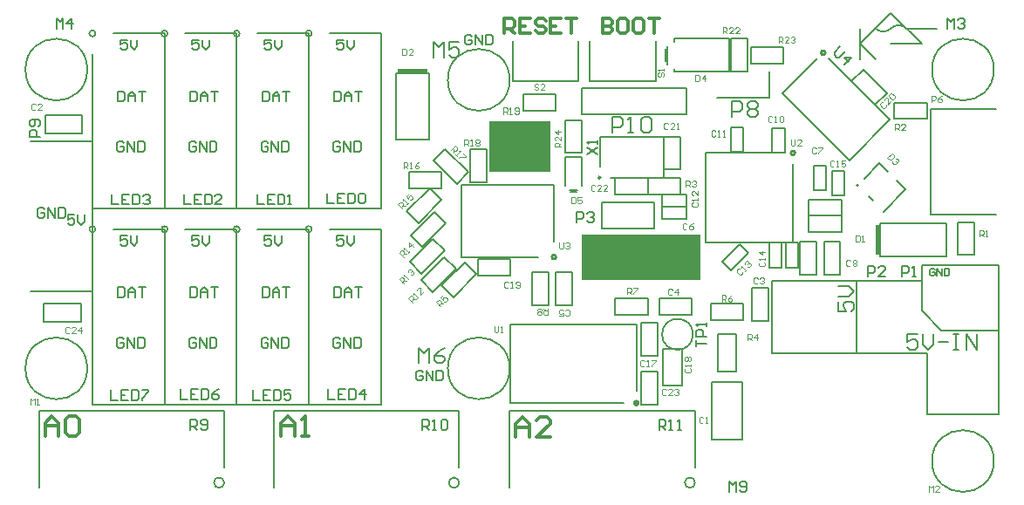
<source format=gto>
G04*
G04 #@! TF.GenerationSoftware,Altium Limited,CircuitStudio,1.5.2 (30)*
G04*
G04 Layer_Color=15065295*
%FSLAX25Y25*%
%MOIN*%
G70*
G01*
G75*
%ADD10C,0.00787*%
%ADD43C,0.01181*%
%ADD67C,0.01000*%
%ADD68C,0.00591*%
%ADD69C,0.00472*%
%ADD70R,0.45276X0.17716*%
%ADD71R,0.23622X0.19685*%
%ADD72R,0.01969X0.11811*%
%ADD73R,0.11811X0.01969*%
D10*
X336614Y181102D02*
G03*
X330709Y181102I-2953J-2953D01*
G01*
X324803D02*
G03*
X330709Y181102I2953J2953D01*
G01*
X255906Y7480D02*
G03*
X255906Y7480I-1969J0D01*
G01*
X165748D02*
G03*
X165748Y7480I-1969J0D01*
G01*
X75984D02*
G03*
X75984Y7480I-1969J0D01*
G01*
X370079Y15748D02*
G03*
X370079Y15748I-11811J0D01*
G01*
X23622Y165354D02*
G03*
X23622Y165354I-11811J0D01*
G01*
X370079D02*
G03*
X370079Y165354I-11811J0D01*
G01*
X23622Y51181D02*
G03*
X23622Y51181I-11811J0D01*
G01*
X185039D02*
G03*
X185039Y51181I-11811J0D01*
G01*
Y161417D02*
G03*
X185039Y161417I-11811J0D01*
G01*
X109449Y179134D02*
G03*
X109449Y179134I-1181J0D01*
G01*
X81890D02*
G03*
X81890Y179134I-1181J0D01*
G01*
X54331D02*
G03*
X54331Y179134I-1181J0D01*
G01*
X26772D02*
G03*
X26772Y179134I-1181J0D01*
G01*
X81890Y104331D02*
G03*
X81890Y104331I-1181J0D01*
G01*
X54331D02*
G03*
X54331Y104331I-1181J0D01*
G01*
X26772D02*
G03*
X26772Y104331I-1181J0D01*
G01*
X109449D02*
G03*
X109449Y104331I-1181J0D01*
G01*
X318392Y121125D02*
G03*
X318392Y121125I-394J0D01*
G01*
X255118Y64173D02*
G03*
X255118Y64173I-5906J0D01*
G01*
X233465Y42598D02*
Y67795D01*
X185433Y37874D02*
X228740D01*
X185433D02*
Y67795D01*
X233465D01*
X330709Y175197D02*
X342520D01*
X336614Y181102D02*
X348425D01*
X330709Y187008D02*
X342520Y175197D01*
X318898Y175197D02*
X330709Y187008D01*
X318898Y175197D02*
Y175197D01*
Y175197D02*
X324803Y169291D01*
X318898D02*
Y181102D01*
X185039Y35039D02*
X255906D01*
X185039Y5512D02*
Y35039D01*
X255906Y13386D02*
Y35039D01*
X94882D02*
X165748D01*
X94882Y5512D02*
Y35039D01*
X165748Y13386D02*
Y35039D01*
X5118D02*
X75984D01*
X5118Y5512D02*
Y35039D01*
X75984Y13386D02*
Y35039D01*
X220433Y104449D02*
Y114449D01*
X240433D01*
Y104449D02*
Y114449D01*
X220433Y104449D02*
X240433D01*
X284134Y154449D02*
Y164449D01*
X264134Y154449D02*
X284134D01*
X344488Y90551D02*
X372047D01*
Y33465D02*
Y90551D01*
X344488Y33465D02*
X372047D01*
X1969Y137795D02*
X25591D01*
Y80709D02*
Y137795D01*
X1969Y80709D02*
X25591D01*
X285433Y84646D02*
X342520D01*
X285433Y57087D02*
Y84646D01*
X240945Y161024D02*
Y176378D01*
X215748Y161024D02*
Y176378D01*
Y161024D02*
X240945D01*
X151193Y84781D02*
X160101Y93689D01*
X164555Y89235D01*
X155647Y80326D02*
X164555Y89235D01*
X151193Y84781D02*
X155647Y80326D01*
X146862Y91867D02*
X155770Y100776D01*
X160225Y96322D01*
X151316Y87413D02*
X160225Y96322D01*
X146862Y91867D02*
X151316Y87413D01*
X147256Y102104D02*
X156164Y111012D01*
X160618Y106558D01*
X151710Y97649D02*
X160618Y106558D01*
X147256Y102104D02*
X151710Y97649D01*
X145681Y111159D02*
X154589Y120067D01*
X159044Y115613D01*
X150135Y106704D02*
X159044Y115613D01*
X145681Y111159D02*
X150135Y106704D01*
X146457Y126378D02*
X159055D01*
Y120079D02*
Y126378D01*
X146457Y120079D02*
X159055D01*
X146457D02*
Y126378D01*
X160371Y135028D02*
X169280Y126119D01*
X164825Y121665D02*
X169280Y126119D01*
X155917Y130574D02*
X164825Y121665D01*
X155917Y130574D02*
X160371Y135028D01*
X176378Y122441D02*
Y135039D01*
X170079Y122441D02*
X176378D01*
X170079D02*
Y135039D01*
X176378D01*
X211417Y161024D02*
X211417Y176378D01*
X186221D02*
X186221Y161024D01*
X211417D01*
X206299Y146063D02*
X212598D01*
X206299Y133465D02*
Y146063D01*
Y133465D02*
X212598D01*
Y146063D01*
X208268Y118504D02*
X210630D01*
X212598Y120866D02*
Y131890D01*
X207874Y119291D02*
X211024D01*
X206299Y120866D02*
X206299Y131890D01*
X212598D01*
X305118Y87008D02*
X311417D01*
Y99606D01*
X305118D02*
X311417D01*
X305118Y87008D02*
Y99606D01*
X235433Y55906D02*
X241732D01*
Y68504D01*
X235433D02*
X241732D01*
X235433Y55906D02*
Y68504D01*
Y50000D02*
X241732D01*
X235433Y37402D02*
Y50000D01*
Y37402D02*
X241732D01*
Y50000D01*
X202756Y149606D02*
Y155905D01*
X190157Y155905D02*
X202756Y155905D01*
X190157Y149606D02*
Y155905D01*
Y149606D02*
X202756Y149606D01*
X311811Y109449D02*
Y115748D01*
X299213D02*
X311811D01*
X299213Y109449D02*
Y115748D01*
Y109449D02*
X311811D01*
Y103150D02*
Y109449D01*
X299213D02*
X311811D01*
X299213Y103150D02*
Y109449D01*
Y103150D02*
X311811D01*
X212638Y148150D02*
Y158150D01*
X252638D01*
X212638Y148150D02*
X252638D01*
Y158150D01*
X185433Y86614D02*
Y92913D01*
X172835D02*
X185433D01*
X172835Y86614D02*
Y92913D01*
Y86614D02*
X185433D01*
X277165Y167717D02*
Y174016D01*
Y167717D02*
X289764D01*
Y174016D01*
X277165D02*
X289764D01*
X324668Y151980D02*
X329122Y156434D01*
X320214Y165343D02*
X329122Y156434D01*
X315760Y160889D02*
X320214Y165343D01*
X315760Y160889D02*
X324668Y151980D01*
X225197Y117717D02*
Y124016D01*
Y117717D02*
X237795D01*
Y124016D01*
X225197D02*
X237795D01*
X244094Y139764D02*
X250394D01*
X244094Y127165D02*
Y139764D01*
Y127165D02*
X250394D01*
Y139764D01*
X277559Y69291D02*
X283858D01*
Y81890D01*
X277559D02*
X283858D01*
X277559Y69291D02*
Y81890D01*
X254724Y71653D02*
Y77953D01*
X242126D02*
X254724D01*
X242126Y71653D02*
Y77953D01*
Y71653D02*
X254724D01*
X202756Y87795D02*
X209055D01*
X202756Y75197D02*
Y87795D01*
Y75197D02*
X209055D01*
Y87795D01*
X356299Y94488D02*
Y107087D01*
X362598D01*
Y94488D02*
Y107087D01*
X356299Y94488D02*
X362598D01*
X331890Y152756D02*
X344488D01*
Y146457D02*
Y152756D01*
X331890Y146457D02*
X344488D01*
X331890D02*
Y152756D01*
X159067Y82812D02*
X167975Y91721D01*
X172429Y87266D01*
X163521Y78358D02*
X172429Y87266D01*
X159067Y82812D02*
X163521Y78358D01*
X237795Y117717D02*
Y124016D01*
Y117717D02*
X250394D01*
Y124016D01*
X237795D02*
X250394D01*
X269685Y177165D02*
X275984D01*
X269685Y164567D02*
Y177165D01*
Y164567D02*
X275984D01*
Y177165D01*
X274409Y69685D02*
Y75984D01*
X261811D02*
X274409D01*
X261811Y69685D02*
Y75984D01*
Y69685D02*
X274409D01*
X225197Y71653D02*
Y77953D01*
Y71653D02*
X237795D01*
Y77953D01*
X225197D02*
X237795D01*
X243307Y108268D02*
X252756D01*
X243307D02*
Y112992D01*
X252756D01*
Y108268D02*
Y112992D01*
X301181Y119291D02*
Y128740D01*
X305906D01*
Y119291D02*
Y128740D01*
X301181Y119291D02*
X305906D01*
X285433Y133465D02*
Y142913D01*
X290158D01*
Y133465D02*
Y142913D01*
X285433Y133465D02*
X290158D01*
X269685Y133858D02*
Y143307D01*
X274409D01*
Y133858D02*
Y143307D01*
X269685Y133858D02*
X274409D01*
X243307Y112992D02*
X252756D01*
X243307D02*
Y117717D01*
X252756D01*
Y112992D02*
Y117717D01*
X269589Y88690D02*
X276271Y95371D01*
X266249Y92031D02*
X269589Y88690D01*
X266249Y92031D02*
X272930Y98712D01*
X276271Y95371D01*
X288976Y89764D02*
Y99213D01*
X284252Y89764D02*
X288976D01*
X284252D02*
Y99213D01*
X288976D01*
X308268Y117323D02*
Y126772D01*
X312992D01*
Y117323D02*
Y126772D01*
X308268Y117323D02*
X312992D01*
X295276Y89764D02*
Y99213D01*
X290551Y89764D02*
X295276D01*
X290551D02*
Y99213D01*
X295276D01*
X296063Y87008D02*
X302362D01*
Y99606D01*
X296063D02*
X302362D01*
X296063Y87008D02*
Y99606D01*
X193701Y87795D02*
X200000D01*
X193701Y75197D02*
Y87795D01*
Y75197D02*
X200000D01*
Y87795D01*
X108268Y112205D02*
Y171260D01*
X116142Y179134D02*
X135827D01*
Y112205D02*
Y179134D01*
X108268Y112205D02*
X135827D01*
X80709D02*
X108268D01*
Y179134D01*
X88583D02*
X108268D01*
X80709Y112205D02*
Y171260D01*
X53150Y112205D02*
Y171260D01*
X61024Y179134D02*
X80709D01*
Y112205D02*
Y179134D01*
X53150Y112205D02*
X80709D01*
X25591D02*
X53150D01*
Y179134D01*
X33465D02*
X53150D01*
X25591Y112205D02*
Y171260D01*
X80709Y37402D02*
Y96457D01*
X88583Y104331D02*
X108268D01*
Y37402D02*
Y104331D01*
X80709Y37402D02*
X108268D01*
X53150D02*
X80709D01*
Y104331D01*
X61024D02*
X80709D01*
X53150Y37402D02*
Y96457D01*
X25591Y37402D02*
Y96457D01*
X33465Y104331D02*
X53150D01*
Y37402D02*
Y104331D01*
X25591Y37402D02*
X53150D01*
X108268D02*
X135827D01*
Y104331D01*
X116142D02*
X135827D01*
X108268Y37402D02*
Y96457D01*
X344488Y33465D02*
Y57087D01*
X342520Y73228D02*
Y90551D01*
X307059Y169555D02*
X330443Y146170D01*
X289242Y156192D02*
X302604Y169555D01*
X289242Y156192D02*
X314854Y130580D01*
X330443Y146170D01*
X322174Y116949D02*
X323845Y115279D01*
X328020Y111103D02*
X336372Y119454D01*
X333031Y122795D02*
X336372Y119454D01*
X326350Y129476D02*
X329691Y126136D01*
X320504Y123630D02*
X326350Y129476D01*
X345817Y110039D02*
Y150197D01*
X370866D01*
X345817Y110039D02*
X370866D01*
X259842Y133465D02*
X288976D01*
X293307Y99213D02*
Y129134D01*
X259842Y99213D02*
X293307D01*
X259842D02*
Y133465D01*
X201969Y99606D02*
Y121260D01*
X166535Y93701D02*
X196063D01*
X166535D02*
Y121260D01*
X201969D01*
X219685Y128347D02*
Y139764D01*
X223622Y124016D02*
X244094D01*
Y139764D01*
X219685D02*
X244094D01*
X248031Y164567D02*
Y165748D01*
Y175984D02*
Y177165D01*
X245276Y167323D02*
Y174409D01*
X248031Y164567D02*
X268898D01*
Y177165D01*
X248031D02*
X268898D01*
X244488Y168504D02*
Y173228D01*
X326772Y94095D02*
X351969D01*
X326772Y106693D02*
X351969D01*
X326772Y94095D02*
Y106693D01*
X351969Y94095D02*
Y106693D01*
X141732Y138583D02*
Y163779D01*
X154331Y138583D02*
Y163779D01*
X141732D02*
X154331D01*
X141732Y138583D02*
X154331D01*
X264567Y50000D02*
X271654D01*
X264567D02*
Y64173D01*
X271654Y50000D02*
Y64173D01*
X264567D02*
X271654D01*
X262205Y46063D02*
X274016D01*
Y24016D02*
Y46063D01*
X262205Y24016D02*
Y46063D01*
Y24016D02*
X274016D01*
X243701Y44488D02*
X250787D01*
X243701D02*
Y58661D01*
X250787Y44488D02*
Y58661D01*
X243701D02*
X250787D01*
X7480Y140945D02*
Y148031D01*
X21654D01*
X7480Y140945D02*
X21654D01*
Y148031D01*
X7087Y68898D02*
Y75984D01*
X21260D01*
X7087Y68898D02*
X21260D01*
Y75984D01*
X342520Y73228D02*
X350000Y65748D01*
X372047D01*
X342520Y90551D02*
X344488D01*
X317717Y57087D02*
Y84646D01*
Y57087D02*
X344488D01*
X317717Y84646D02*
X323228D01*
X285433Y57087D02*
X317717D01*
Y63386D01*
X270079Y147244D02*
Y153148D01*
X273030D01*
X274014Y152164D01*
Y150196D01*
X273030Y149212D01*
X270079D01*
X275982Y152164D02*
X276966Y153148D01*
X278934D01*
X279918Y152164D01*
Y151180D01*
X278934Y150196D01*
X279918Y149212D01*
Y148228D01*
X278934Y147244D01*
X276966D01*
X275982Y148228D01*
Y149212D01*
X276966Y150196D01*
X275982Y151180D01*
Y152164D01*
X276966Y150196D02*
X278934D01*
X224410Y141339D02*
Y147242D01*
X227361D01*
X228345Y146258D01*
Y144290D01*
X227361Y143306D01*
X224410D01*
X230313Y141339D02*
X232281D01*
X231297D01*
Y147242D01*
X230313Y146258D01*
X235233D02*
X236217Y147242D01*
X238184D01*
X239168Y146258D01*
Y142323D01*
X238184Y141339D01*
X236217D01*
X235233Y142323D01*
Y146258D01*
X11811Y181102D02*
Y185038D01*
X13123Y183726D01*
X14435Y185038D01*
Y181102D01*
X17715D02*
Y185038D01*
X15747Y183070D01*
X18371D01*
X155905Y170079D02*
Y175982D01*
X157873Y174014D01*
X159841Y175982D01*
Y170079D01*
X165745Y175982D02*
X161809D01*
Y173030D01*
X163777Y174014D01*
X164761D01*
X165745Y173030D01*
Y171063D01*
X164761Y170079D01*
X162793D01*
X161809Y171063D01*
X150394Y53150D02*
Y59053D01*
X152362Y57085D01*
X154329Y59053D01*
Y53150D01*
X160233Y59053D02*
X158265Y58069D01*
X156297Y56101D01*
Y54133D01*
X157281Y53150D01*
X159249D01*
X160233Y54133D01*
Y55117D01*
X159249Y56101D01*
X156297D01*
X340944Y64171D02*
X337008D01*
Y61220D01*
X338976Y62203D01*
X339960D01*
X340944Y61220D01*
Y59252D01*
X339960Y58268D01*
X337992D01*
X337008Y59252D01*
X342912Y64171D02*
Y60236D01*
X344879Y58268D01*
X346847Y60236D01*
Y64171D01*
X348815Y61220D02*
X352751D01*
X354719Y64171D02*
X356686D01*
X355703D01*
Y58268D01*
X354719D01*
X356686D01*
X359638D02*
Y64171D01*
X363574Y58268D01*
Y64171D01*
X310632Y76770D02*
Y72835D01*
X313584D01*
X312600Y74803D01*
Y75787D01*
X313584Y76770D01*
X315551D01*
X316535Y75787D01*
Y73819D01*
X315551Y72835D01*
X310632Y78738D02*
X314568D01*
X316535Y80706D01*
X314568Y82674D01*
X310632D01*
D43*
X7480Y25197D02*
Y30444D01*
X10104Y33068D01*
X12728Y30444D01*
Y25197D01*
Y29133D01*
X7480D01*
X15352Y31756D02*
X16664Y33068D01*
X19287D01*
X20599Y31756D01*
Y26509D01*
X19287Y25197D01*
X16664D01*
X15352Y26509D01*
Y31756D01*
X97638Y25197D02*
Y30444D01*
X100262Y33068D01*
X102885Y30444D01*
Y25197D01*
Y29133D01*
X97638D01*
X105509Y25197D02*
X108133D01*
X106821D01*
Y33068D01*
X105509Y31756D01*
X187402Y24803D02*
Y30051D01*
X190025Y32675D01*
X192649Y30051D01*
Y24803D01*
Y28739D01*
X187402D01*
X200521Y24803D02*
X195273D01*
X200521Y30051D01*
Y31363D01*
X199209Y32675D01*
X196585D01*
X195273Y31363D01*
X183071Y179134D02*
Y185038D01*
X186023D01*
X187007Y184054D01*
Y182086D01*
X186023Y181102D01*
X183071D01*
X185039D02*
X187007Y179134D01*
X192910Y185038D02*
X188974D01*
Y179134D01*
X192910D01*
X188974Y182086D02*
X190942D01*
X198814Y184054D02*
X197830Y185038D01*
X195862D01*
X194878Y184054D01*
Y183070D01*
X195862Y182086D01*
X197830D01*
X198814Y181102D01*
Y180118D01*
X197830Y179134D01*
X195862D01*
X194878Y180118D01*
X204717Y185038D02*
X200782D01*
Y179134D01*
X204717D01*
X200782Y182086D02*
X202749D01*
X206685Y185038D02*
X210621D01*
X208653D01*
Y179134D01*
X220472Y185038D02*
Y179134D01*
X223424D01*
X224408Y180118D01*
Y181102D01*
X223424Y182086D01*
X220472D01*
X223424D01*
X224408Y183070D01*
Y184054D01*
X223424Y185038D01*
X220472D01*
X229328D02*
X227360D01*
X226376Y184054D01*
Y180118D01*
X227360Y179134D01*
X229328D01*
X230312Y180118D01*
Y184054D01*
X229328Y185038D01*
X235231D02*
X233264D01*
X232280Y184054D01*
Y180118D01*
X233264Y179134D01*
X235231D01*
X236215Y180118D01*
Y184054D01*
X235231Y185038D01*
X238183D02*
X242119D01*
X240151D01*
Y179134D01*
D67*
X234252Y37874D02*
G03*
X234252Y37874I-787J0D01*
G01*
X305619Y171782D02*
G03*
X305619Y171782I-787J0D01*
G01*
X294094Y133465D02*
G03*
X294094Y133465I-787J0D01*
G01*
X202756Y93701D02*
G03*
X202756Y93701I-787J0D01*
G01*
X219685Y124016D02*
G03*
X219685Y124016I-394J0D01*
G01*
D68*
X242126Y27559D02*
Y31495D01*
X244094D01*
X244750Y30839D01*
Y29527D01*
X244094Y28871D01*
X242126D01*
X243438D02*
X244750Y27559D01*
X246062D02*
X247374D01*
X246718D01*
Y31495D01*
X246062Y30839D01*
X249342Y27559D02*
X250653D01*
X249997D01*
Y31495D01*
X249342Y30839D01*
X151575Y27559D02*
Y31495D01*
X153543D01*
X154199Y30839D01*
Y29527D01*
X153543Y28871D01*
X151575D01*
X152887D02*
X154199Y27559D01*
X155510D02*
X156823D01*
X156167D01*
Y31495D01*
X155510Y30839D01*
X158790D02*
X159446Y31495D01*
X160758D01*
X161414Y30839D01*
Y28215D01*
X160758Y27559D01*
X159446D01*
X158790Y28215D01*
Y30839D01*
X62992Y27559D02*
Y31495D01*
X64960D01*
X65616Y30839D01*
Y29527D01*
X64960Y28871D01*
X62992D01*
X64304D02*
X65616Y27559D01*
X66928Y28215D02*
X67584Y27559D01*
X68896D01*
X69552Y28215D01*
Y30839D01*
X68896Y31495D01*
X67584D01*
X66928Y30839D01*
Y30183D01*
X67584Y29527D01*
X69552D01*
X210630Y107087D02*
Y111022D01*
X212598D01*
X213254Y110366D01*
Y109055D01*
X212598Y108398D01*
X210630D01*
X214566Y110366D02*
X215222Y111022D01*
X216533D01*
X217190Y110366D01*
Y109710D01*
X216533Y109055D01*
X215878D01*
X216533D01*
X217190Y108398D01*
Y107743D01*
X216533Y107087D01*
X215222D01*
X214566Y107743D01*
X115748Y43306D02*
Y39370D01*
X118372D01*
X122308Y43306D02*
X119684D01*
Y39370D01*
X122308D01*
X119684Y41338D02*
X120996D01*
X123619Y43306D02*
Y39370D01*
X125587D01*
X126243Y40026D01*
Y42650D01*
X125587Y43306D01*
X123619D01*
X129523Y39370D02*
Y43306D01*
X127555Y41338D01*
X130179D01*
X32677Y42912D02*
Y38976D01*
X35301D01*
X39237Y42912D02*
X36613D01*
Y38976D01*
X39237D01*
X36613Y40944D02*
X37925D01*
X40549Y42912D02*
Y38976D01*
X42516D01*
X43172Y39632D01*
Y42256D01*
X42516Y42912D01*
X40549D01*
X44484D02*
X47108D01*
Y42256D01*
X44484Y39632D01*
Y38976D01*
X59449Y43306D02*
Y39370D01*
X62073D01*
X66008Y43306D02*
X63385D01*
Y39370D01*
X66008D01*
X63385Y41338D02*
X64697D01*
X67320Y43306D02*
Y39370D01*
X69288D01*
X69944Y40026D01*
Y42650D01*
X69288Y43306D01*
X67320D01*
X73880D02*
X72568Y42650D01*
X71256Y41338D01*
Y40026D01*
X71912Y39370D01*
X73224D01*
X73880Y40026D01*
Y40682D01*
X73224Y41338D01*
X71256D01*
X87008Y42912D02*
Y38976D01*
X89632D01*
X93567Y42912D02*
X90944D01*
Y38976D01*
X93567D01*
X90944Y40944D02*
X92256D01*
X94879Y42912D02*
Y38976D01*
X96847D01*
X97503Y39632D01*
Y42256D01*
X96847Y42912D01*
X94879D01*
X101439D02*
X98815D01*
Y40944D01*
X100127Y41600D01*
X100783D01*
X101439Y40944D01*
Y39632D01*
X100783Y38976D01*
X99471D01*
X98815Y39632D01*
X33071Y117715D02*
Y113779D01*
X35695D01*
X39630Y117715D02*
X37007D01*
Y113779D01*
X39630D01*
X37007Y115747D02*
X38318D01*
X40942Y117715D02*
Y113779D01*
X42910D01*
X43566Y114436D01*
Y117059D01*
X42910Y117715D01*
X40942D01*
X44878Y117059D02*
X45534Y117715D01*
X46846D01*
X47502Y117059D01*
Y116403D01*
X46846Y115747D01*
X46190D01*
X46846D01*
X47502Y115091D01*
Y114436D01*
X46846Y113779D01*
X45534D01*
X44878Y114436D01*
X60630Y117715D02*
Y113779D01*
X63254D01*
X67190Y117715D02*
X64566D01*
Y113779D01*
X67190D01*
X64566Y115747D02*
X65878D01*
X68501Y117715D02*
Y113779D01*
X70469D01*
X71125Y114436D01*
Y117059D01*
X70469Y117715D01*
X68501D01*
X75061Y113779D02*
X72437D01*
X75061Y116403D01*
Y117059D01*
X74405Y117715D01*
X73093D01*
X72437Y117059D01*
X88583Y117715D02*
Y113779D01*
X91207D01*
X95142Y117715D02*
X92518D01*
Y113779D01*
X95142D01*
X92518Y115747D02*
X93830D01*
X96454Y117715D02*
Y113779D01*
X98422D01*
X99078Y114436D01*
Y117059D01*
X98422Y117715D01*
X96454D01*
X100390Y113779D02*
X101702D01*
X101046D01*
Y117715D01*
X100390Y117059D01*
X115354Y118109D02*
Y114173D01*
X117978D01*
X121914Y118109D02*
X119290D01*
Y114173D01*
X121914D01*
X119290Y116141D02*
X120602D01*
X123226Y118109D02*
Y114173D01*
X125194D01*
X125850Y114829D01*
Y117453D01*
X125194Y118109D01*
X123226D01*
X127162Y117453D02*
X127817Y118109D01*
X129129D01*
X129785Y117453D01*
Y114829D01*
X129129Y114173D01*
X127817D01*
X127162Y114829D01*
Y117453D01*
X335039Y86221D02*
Y90156D01*
X337007D01*
X337663Y89500D01*
Y88188D01*
X337007Y87532D01*
X335039D01*
X338975Y86221D02*
X340287D01*
X339631D01*
Y90156D01*
X338975Y89500D01*
X5512Y139764D02*
X1576D01*
Y141732D01*
X2232Y142388D01*
X3544D01*
X4200Y141732D01*
Y139764D01*
X4856Y143700D02*
X5512Y144355D01*
Y145667D01*
X4856Y146323D01*
X2232D01*
X1576Y145667D01*
Y144355D01*
X2232Y143700D01*
X2888D01*
X3544Y144355D01*
Y146323D01*
X268898Y3937D02*
Y7873D01*
X270210Y6561D01*
X271521Y7873D01*
Y3937D01*
X272833Y4593D02*
X273489Y3937D01*
X274801D01*
X275457Y4593D01*
Y7217D01*
X274801Y7873D01*
X273489D01*
X272833Y7217D01*
Y6561D01*
X273489Y5905D01*
X275457D01*
X322047Y86221D02*
Y90156D01*
X324015D01*
X324671Y89500D01*
Y88188D01*
X324015Y87532D01*
X322047D01*
X328607Y86221D02*
X325983D01*
X328607Y88844D01*
Y89500D01*
X327951Y90156D01*
X326639D01*
X325983Y89500D01*
X352362Y181102D02*
Y185038D01*
X353674Y183726D01*
X354986Y185038D01*
Y181102D01*
X356298Y184382D02*
X356954Y185038D01*
X358266D01*
X358922Y184382D01*
Y183726D01*
X358266Y183070D01*
X357610D01*
X358266D01*
X358922Y182414D01*
Y181758D01*
X358266Y181102D01*
X356954D01*
X356298Y181758D01*
X311444Y174240D02*
X309125Y171921D01*
Y170993D01*
X310053Y170065D01*
X310981D01*
X313300Y172384D01*
X312836Y167282D02*
X315619Y170065D01*
X312836D01*
X314691Y168210D01*
X214765Y132874D02*
X218701Y135498D01*
X214765D02*
X218701Y132874D01*
Y136810D02*
Y138122D01*
Y137466D01*
X214765D01*
X215421Y136810D01*
X256300Y59449D02*
Y62073D01*
Y60761D01*
X260236D01*
Y63385D02*
X256300D01*
Y65352D01*
X256956Y66008D01*
X258268D01*
X258924Y65352D01*
Y63385D01*
X260236Y67320D02*
Y68632D01*
Y67976D01*
X256300D01*
X256956Y67320D01*
X121521Y176770D02*
X118898D01*
Y174802D01*
X120210Y175459D01*
X120865D01*
X121521Y174802D01*
Y173491D01*
X120865Y172835D01*
X119554D01*
X118898Y173491D01*
X122833Y176770D02*
Y174147D01*
X124145Y172835D01*
X125457Y174147D01*
Y176770D01*
X118110Y157085D02*
Y153150D01*
X120078D01*
X120734Y153806D01*
Y156429D01*
X120078Y157085D01*
X118110D01*
X122046Y153150D02*
Y155773D01*
X123358Y157085D01*
X124670Y155773D01*
Y153150D01*
Y155117D01*
X122046D01*
X125982Y157085D02*
X128605D01*
X127294D01*
Y153150D01*
X120340Y137138D02*
X119684Y137794D01*
X118372D01*
X117717Y137138D01*
Y134514D01*
X118372Y133858D01*
X119684D01*
X120340Y134514D01*
Y135826D01*
X119028D01*
X121652Y133858D02*
Y137794D01*
X124276Y133858D01*
Y137794D01*
X125588D02*
Y133858D01*
X127556D01*
X128212Y134514D01*
Y137138D01*
X127556Y137794D01*
X125588D01*
X92781Y137138D02*
X92125Y137794D01*
X90813D01*
X90158Y137138D01*
Y134514D01*
X90813Y133858D01*
X92125D01*
X92781Y134514D01*
Y135826D01*
X91469D01*
X94093Y133858D02*
Y137794D01*
X96717Y133858D01*
Y137794D01*
X98029D02*
Y133858D01*
X99997D01*
X100653Y134514D01*
Y137138D01*
X99997Y137794D01*
X98029D01*
X90551Y157085D02*
Y153150D01*
X92519D01*
X93175Y153806D01*
Y156429D01*
X92519Y157085D01*
X90551D01*
X94487Y153150D02*
Y155773D01*
X95799Y157085D01*
X97111Y155773D01*
Y153150D01*
Y155117D01*
X94487D01*
X98423Y157085D02*
X101047D01*
X99735D01*
Y153150D01*
X93962Y176770D02*
X91339D01*
Y174802D01*
X92651Y175459D01*
X93306D01*
X93962Y174802D01*
Y173491D01*
X93306Y172835D01*
X91995D01*
X91339Y173491D01*
X95274Y176770D02*
Y174147D01*
X96586Y172835D01*
X97898Y174147D01*
Y176770D01*
X66403D02*
X63779D01*
Y174802D01*
X65091Y175459D01*
X65747D01*
X66403Y174802D01*
Y173491D01*
X65747Y172835D01*
X64435D01*
X63779Y173491D01*
X67715Y176770D02*
Y174147D01*
X69027Y172835D01*
X70339Y174147D01*
Y176770D01*
X62992Y157085D02*
Y153150D01*
X64960D01*
X65616Y153806D01*
Y156429D01*
X64960Y157085D01*
X62992D01*
X66928Y153150D02*
Y155773D01*
X68240Y157085D01*
X69552Y155773D01*
Y153150D01*
Y155117D01*
X66928D01*
X70864Y157085D02*
X73487D01*
X72176D01*
Y153150D01*
X65222Y137138D02*
X64566Y137794D01*
X63254D01*
X62598Y137138D01*
Y134514D01*
X63254Y133858D01*
X64566D01*
X65222Y134514D01*
Y135826D01*
X63910D01*
X66534Y133858D02*
Y137794D01*
X69158Y133858D01*
Y137794D01*
X70470D02*
Y133858D01*
X72438D01*
X73094Y134514D01*
Y137138D01*
X72438Y137794D01*
X70470D01*
X37663Y137138D02*
X37007Y137794D01*
X35695D01*
X35039Y137138D01*
Y134514D01*
X35695Y133858D01*
X37007D01*
X37663Y134514D01*
Y135826D01*
X36351D01*
X38975Y133858D02*
Y137794D01*
X41599Y133858D01*
Y137794D01*
X42911D02*
Y133858D01*
X44879D01*
X45535Y134514D01*
Y137138D01*
X44879Y137794D01*
X42911D01*
X35433Y157085D02*
Y153150D01*
X37401D01*
X38057Y153806D01*
Y156429D01*
X37401Y157085D01*
X35433D01*
X39369Y153150D02*
Y155773D01*
X40681Y157085D01*
X41993Y155773D01*
Y153150D01*
Y155117D01*
X39369D01*
X43305Y157085D02*
X45928D01*
X44616D01*
Y153150D01*
X38844Y176770D02*
X36220D01*
Y174802D01*
X37532Y175459D01*
X38188D01*
X38844Y174802D01*
Y173491D01*
X38188Y172835D01*
X36876D01*
X36220Y173491D01*
X40156Y176770D02*
Y174147D01*
X41468Y172835D01*
X42780Y174147D01*
Y176770D01*
X93962Y101967D02*
X91339D01*
Y99999D01*
X92651Y100655D01*
X93306D01*
X93962Y99999D01*
Y98687D01*
X93306Y98032D01*
X91995D01*
X91339Y98687D01*
X95274Y101967D02*
Y99343D01*
X96586Y98032D01*
X97898Y99343D01*
Y101967D01*
X90551Y82282D02*
Y78347D01*
X92519D01*
X93175Y79002D01*
Y81626D01*
X92519Y82282D01*
X90551D01*
X94487Y78347D02*
Y80970D01*
X95799Y82282D01*
X97111Y80970D01*
Y78347D01*
Y80314D01*
X94487D01*
X98423Y82282D02*
X101047D01*
X99735D01*
Y78347D01*
X92781Y62335D02*
X92125Y62991D01*
X90813D01*
X90158Y62335D01*
Y59711D01*
X90813Y59055D01*
X92125D01*
X92781Y59711D01*
Y61023D01*
X91469D01*
X94093Y59055D02*
Y62991D01*
X96717Y59055D01*
Y62991D01*
X98029D02*
Y59055D01*
X99997D01*
X100653Y59711D01*
Y62335D01*
X99997Y62991D01*
X98029D01*
X65222Y62335D02*
X64566Y62991D01*
X63254D01*
X62598Y62335D01*
Y59711D01*
X63254Y59055D01*
X64566D01*
X65222Y59711D01*
Y61023D01*
X63910D01*
X66534Y59055D02*
Y62991D01*
X69158Y59055D01*
Y62991D01*
X70470D02*
Y59055D01*
X72438D01*
X73094Y59711D01*
Y62335D01*
X72438Y62991D01*
X70470D01*
X62992Y82282D02*
Y78347D01*
X64960D01*
X65616Y79002D01*
Y81626D01*
X64960Y82282D01*
X62992D01*
X66928Y78347D02*
Y80970D01*
X68240Y82282D01*
X69552Y80970D01*
Y78347D01*
Y80314D01*
X66928D01*
X70864Y82282D02*
X73487D01*
X72176D01*
Y78347D01*
X66403Y101967D02*
X63779D01*
Y99999D01*
X65091Y100655D01*
X65747D01*
X66403Y99999D01*
Y98687D01*
X65747Y98032D01*
X64435D01*
X63779Y98687D01*
X67715Y101967D02*
Y99343D01*
X69027Y98032D01*
X70339Y99343D01*
Y101967D01*
X38844D02*
X36220D01*
Y99999D01*
X37532Y100655D01*
X38188D01*
X38844Y99999D01*
Y98687D01*
X38188Y98032D01*
X36876D01*
X36220Y98687D01*
X40156Y101967D02*
Y99343D01*
X41468Y98032D01*
X42780Y99343D01*
Y101967D01*
X35433Y82282D02*
Y78347D01*
X37401D01*
X38057Y79002D01*
Y81626D01*
X37401Y82282D01*
X35433D01*
X39369Y78347D02*
Y80970D01*
X40681Y82282D01*
X41993Y80970D01*
Y78347D01*
Y80314D01*
X39369D01*
X43305Y82282D02*
X45928D01*
X44616D01*
Y78347D01*
X37663Y62335D02*
X37007Y62991D01*
X35695D01*
X35039Y62335D01*
Y59711D01*
X35695Y59055D01*
X37007D01*
X37663Y59711D01*
Y61023D01*
X36351D01*
X38975Y59055D02*
Y62991D01*
X41599Y59055D01*
Y62991D01*
X42911D02*
Y59055D01*
X44879D01*
X45535Y59711D01*
Y62335D01*
X44879Y62991D01*
X42911D01*
X120340Y62335D02*
X119684Y62991D01*
X118372D01*
X117717Y62335D01*
Y59711D01*
X118372Y59055D01*
X119684D01*
X120340Y59711D01*
Y61023D01*
X119028D01*
X121652Y59055D02*
Y62991D01*
X124276Y59055D01*
Y62991D01*
X125588D02*
Y59055D01*
X127556D01*
X128212Y59711D01*
Y62335D01*
X127556Y62991D01*
X125588D01*
X118110Y82282D02*
Y78347D01*
X120078D01*
X120734Y79002D01*
Y81626D01*
X120078Y82282D01*
X118110D01*
X122046Y78347D02*
Y80970D01*
X123358Y82282D01*
X124670Y80970D01*
Y78347D01*
Y80314D01*
X122046D01*
X125982Y82282D02*
X128605D01*
X127294D01*
Y78347D01*
X121521Y101967D02*
X118898D01*
Y99999D01*
X120210Y100655D01*
X120865D01*
X121521Y99999D01*
Y98687D01*
X120865Y98032D01*
X119554D01*
X118898Y98687D01*
X122833Y101967D02*
Y99343D01*
X124145Y98032D01*
X125457Y99343D01*
Y101967D01*
X7348Y111941D02*
X6692Y112597D01*
X5380D01*
X4724Y111941D01*
Y109317D01*
X5380Y108661D01*
X6692D01*
X7348Y109317D01*
Y110629D01*
X6036D01*
X8660Y108661D02*
Y112597D01*
X11284Y108661D01*
Y112597D01*
X12596D02*
Y108661D01*
X14564D01*
X15220Y109317D01*
Y111941D01*
X14564Y112597D01*
X12596D01*
X18766Y109841D02*
X16142D01*
Y107873D01*
X17454Y108529D01*
X18110D01*
X18766Y107873D01*
Y106562D01*
X18110Y105905D01*
X16798D01*
X16142Y106562D01*
X20077Y109841D02*
Y107217D01*
X21389Y105905D01*
X22701Y107217D01*
Y109841D01*
X151836Y49736D02*
X151181Y50392D01*
X149869D01*
X149213Y49736D01*
Y47113D01*
X149869Y46457D01*
X151181D01*
X151836Y47113D01*
Y48425D01*
X150524D01*
X153148Y46457D02*
Y50392D01*
X155772Y46457D01*
Y50392D01*
X157084D02*
Y46457D01*
X159052D01*
X159708Y47113D01*
Y49736D01*
X159052Y50392D01*
X157084D01*
X170734Y178083D02*
X170078Y178739D01*
X168766D01*
X168110Y178083D01*
Y175459D01*
X168766Y174803D01*
X170078D01*
X170734Y175459D01*
Y176771D01*
X169422D01*
X172046Y174803D02*
Y178739D01*
X174670Y174803D01*
Y178739D01*
X175982D02*
Y174803D01*
X177950D01*
X178605Y175459D01*
Y178083D01*
X177950Y178739D01*
X175982D01*
X347506Y88910D02*
X347047Y89369D01*
X346129D01*
X345669Y88910D01*
Y87073D01*
X346129Y86614D01*
X347047D01*
X347506Y87073D01*
Y87992D01*
X346588D01*
X348424Y86614D02*
Y89369D01*
X350261Y86614D01*
Y89369D01*
X351179D02*
Y86614D01*
X352557D01*
X353016Y87073D01*
Y88910D01*
X352557Y89369D01*
X351179D01*
D69*
X16929Y66535D02*
X16535Y66928D01*
X15748D01*
X15354Y66535D01*
Y64960D01*
X15748Y64567D01*
X16535D01*
X16929Y64960D01*
X19290Y64567D02*
X17716D01*
X19290Y66141D01*
Y66535D01*
X18896Y66928D01*
X18109D01*
X17716Y66535D01*
X21258Y64567D02*
Y66928D01*
X20077Y65748D01*
X21652D01*
X345276Y3937D02*
Y6298D01*
X346063Y5511D01*
X346850Y6298D01*
Y3937D01*
X349211D02*
X347637D01*
X349211Y5511D01*
Y5905D01*
X348818Y6298D01*
X348031D01*
X347637Y5905D01*
X196063Y159448D02*
X195669Y159842D01*
X194882D01*
X194488Y159448D01*
Y159055D01*
X194882Y158661D01*
X195669D01*
X196063Y158267D01*
Y157874D01*
X195669Y157480D01*
X194882D01*
X194488Y157874D01*
X198424Y157480D02*
X196850D01*
X198424Y159055D01*
Y159448D01*
X198030Y159842D01*
X197243D01*
X196850Y159448D01*
X167717Y136221D02*
Y138582D01*
X168897D01*
X169291Y138188D01*
Y137401D01*
X168897Y137008D01*
X167717D01*
X168504D02*
X169291Y136221D01*
X170078D02*
X170865D01*
X170472D01*
Y138582D01*
X170078Y138188D01*
X172046D02*
X172439Y138582D01*
X173227D01*
X173620Y138188D01*
Y137795D01*
X173227Y137401D01*
X173620Y137008D01*
Y136614D01*
X173227Y136221D01*
X172439D01*
X172046Y136614D01*
Y137008D01*
X172439Y137401D01*
X172046Y137795D01*
Y138188D01*
X172439Y137401D02*
X173227D01*
X162598Y134646D02*
X164268Y136316D01*
X165103Y135481D01*
X165103Y134924D01*
X164547Y134367D01*
X163990D01*
X163155Y135202D01*
X163712Y134646D02*
X163712Y133533D01*
X164268Y132976D02*
X164825Y132419D01*
X164547Y132698D01*
X166216Y134367D01*
X165660D01*
X167330Y133254D02*
X168443Y132141D01*
X168164Y131863D01*
X165938D01*
X165660Y131584D01*
X144488Y127559D02*
Y129920D01*
X145669D01*
X146063Y129527D01*
Y128740D01*
X145669Y128346D01*
X144488D01*
X145275D02*
X146063Y127559D01*
X146850D02*
X147637D01*
X147243D01*
Y129920D01*
X146850Y129527D01*
X150392Y129920D02*
X149605Y129527D01*
X148818Y128740D01*
Y127953D01*
X149211Y127559D01*
X149998D01*
X150392Y127953D01*
Y128346D01*
X149998Y128740D01*
X148818D01*
X144095Y112205D02*
X142425Y113874D01*
X143260Y114709D01*
X143816Y114709D01*
X144373Y114153D01*
Y113596D01*
X143538Y112761D01*
X144095Y113318D02*
X145208Y113318D01*
X145764Y113874D02*
X146321Y114431D01*
X146043Y114153D01*
X144373Y115823D01*
Y115266D01*
X146599Y118049D02*
X145486Y116936D01*
X146321Y116101D01*
X146599Y116936D01*
X146878Y117214D01*
X147434D01*
X147991Y116657D01*
Y116101D01*
X147434Y115544D01*
X146878D01*
X144488Y93701D02*
X142818Y95371D01*
X143653Y96206D01*
X144210Y96206D01*
X144766Y95649D01*
Y95092D01*
X143932Y94257D01*
X144488Y94814D02*
X145601Y94814D01*
X146158Y95371D02*
X146715Y95927D01*
X146436Y95649D01*
X144766Y97319D01*
Y96762D01*
X148384Y97597D02*
X146715Y99267D01*
Y97597D01*
X147828Y98710D01*
X144488Y83465D02*
X142818Y85134D01*
X143653Y85969D01*
X144210Y85969D01*
X144766Y85413D01*
Y84856D01*
X143932Y84021D01*
X144488Y84578D02*
X145601Y84578D01*
X146158Y85134D02*
X146715Y85691D01*
X146436Y85413D01*
X144766Y87082D01*
Y86526D01*
X146158Y87917D02*
X146158Y88474D01*
X146715Y89030D01*
X147271D01*
X147549Y88752D01*
Y88196D01*
X147271Y87917D01*
X147549Y88196D01*
X148106D01*
X148384Y87917D01*
Y87361D01*
X147828Y86804D01*
X147271D01*
X148031Y76378D02*
X146362Y78048D01*
X147197Y78883D01*
X147753Y78883D01*
X148310Y78326D01*
Y77769D01*
X147475Y76935D01*
X148031Y77491D02*
X149145Y77491D01*
X149701Y78048D02*
X150258Y78604D01*
X149980Y78326D01*
X148310Y79996D01*
Y79439D01*
X152206Y80552D02*
X151093Y79439D01*
Y81666D01*
X150814Y81944D01*
X150258D01*
X149701Y81387D01*
X149701Y80831D01*
X144095Y173228D02*
Y170866D01*
X145275D01*
X145669Y171260D01*
Y172834D01*
X145275Y173228D01*
X144095D01*
X148030Y170866D02*
X146456D01*
X148030Y172440D01*
Y172834D01*
X147637Y173228D01*
X146850D01*
X146456Y172834D01*
X252755Y106299D02*
X252362Y106692D01*
X251575D01*
X251181Y106299D01*
Y104724D01*
X251575Y104331D01*
X252362D01*
X252755Y104724D01*
X255117Y106692D02*
X254330Y106299D01*
X253542Y105511D01*
Y104724D01*
X253936Y104331D01*
X254723D01*
X255117Y104724D01*
Y105118D01*
X254723Y105511D01*
X253542D01*
X242127Y164173D02*
X241733Y163779D01*
Y162992D01*
X242127Y162598D01*
X242520D01*
X242914Y162992D01*
Y163779D01*
X243307Y164173D01*
X243701D01*
X244094Y163779D01*
Y162992D01*
X243701Y162598D01*
X244094Y164960D02*
Y165747D01*
Y165353D01*
X241733D01*
X242127Y164960D01*
X158661Y74803D02*
X156992Y76473D01*
X157826Y77308D01*
X158383Y77308D01*
X158940Y76751D01*
Y76195D01*
X158105Y75360D01*
X158661Y75916D02*
X159775Y75916D01*
Y79256D02*
X158661Y78143D01*
X159496Y77308D01*
X159775Y78143D01*
X160053Y78421D01*
X160609D01*
X161166Y77864D01*
Y77308D01*
X160609Y76751D01*
X160053D01*
X332283Y142126D02*
Y144487D01*
X333464D01*
X333858Y144094D01*
Y143307D01*
X333464Y142913D01*
X332283D01*
X333071D02*
X333858Y142126D01*
X336219D02*
X334645D01*
X336219Y143700D01*
Y144094D01*
X335826Y144487D01*
X335038D01*
X334645Y144094D01*
X364567Y101575D02*
Y103936D01*
X365748D01*
X366141Y103543D01*
Y102755D01*
X365748Y102362D01*
X364567D01*
X365354D02*
X366141Y101575D01*
X366928D02*
X367716D01*
X367322D01*
Y103936D01*
X366928Y103543D01*
X206300Y71654D02*
X206693Y71261D01*
X207480D01*
X207874Y71654D01*
Y73229D01*
X207480Y73622D01*
X206693D01*
X206300Y73229D01*
X203938Y71261D02*
X205513D01*
Y72441D01*
X204725Y72048D01*
X204332D01*
X203938Y72441D01*
Y73229D01*
X204332Y73622D01*
X205119D01*
X205513Y73229D01*
X247244Y81102D02*
X246850Y81495D01*
X246063D01*
X245669Y81102D01*
Y79527D01*
X246063Y79134D01*
X246850D01*
X247244Y79527D01*
X249212Y79134D02*
Y81495D01*
X248031Y80315D01*
X249605D01*
X279921Y85432D02*
X279527Y85826D01*
X278740D01*
X278346Y85432D01*
Y83858D01*
X278740Y83465D01*
X279527D01*
X279921Y83858D01*
X280708Y85432D02*
X281101Y85826D01*
X281889D01*
X282282Y85432D01*
Y85039D01*
X281889Y84645D01*
X281495D01*
X281889D01*
X282282Y84252D01*
Y83858D01*
X281889Y83465D01*
X281101D01*
X280708Y83858D01*
X3937Y151968D02*
X3543Y152361D01*
X2756D01*
X2362Y151968D01*
Y150394D01*
X2756Y150000D01*
X3543D01*
X3937Y150394D01*
X6298Y150000D02*
X4724D01*
X6298Y151574D01*
Y151968D01*
X5904Y152361D01*
X5117D01*
X4724Y151968D01*
X317323Y101968D02*
Y99606D01*
X318503D01*
X318897Y100000D01*
Y101574D01*
X318503Y101968D01*
X317323D01*
X319684Y99606D02*
X320471D01*
X320078D01*
Y101968D01*
X319684Y101574D01*
X266142Y76772D02*
Y79133D01*
X267322D01*
X267716Y78740D01*
Y77952D01*
X267322Y77559D01*
X266142D01*
X266929D02*
X267716Y76772D01*
X270077Y79133D02*
X269290Y78740D01*
X268503Y77952D01*
Y77165D01*
X268897Y76772D01*
X269684D01*
X270077Y77165D01*
Y77559D01*
X269684Y77952D01*
X268503D01*
X229921Y79528D02*
Y81889D01*
X231102D01*
X231496Y81495D01*
Y80708D01*
X231102Y80315D01*
X229921D01*
X230708D02*
X231496Y79528D01*
X232283Y81889D02*
X233857D01*
Y81495D01*
X232283Y79921D01*
Y79528D01*
X302168Y135234D02*
X301774Y135627D01*
X300987D01*
X300593Y135234D01*
Y133659D01*
X300987Y133266D01*
X301774D01*
X302168Y133659D01*
X302955Y135627D02*
X304529D01*
Y135234D01*
X302955Y133659D01*
Y133266D01*
X315354Y92125D02*
X314960Y92519D01*
X314173D01*
X313779Y92125D01*
Y90551D01*
X314173Y90158D01*
X314960D01*
X315354Y90551D01*
X316141Y92125D02*
X316534Y92519D01*
X317322D01*
X317715Y92125D01*
Y91732D01*
X317322Y91338D01*
X317715Y90945D01*
Y90551D01*
X317322Y90158D01*
X316534D01*
X316141Y90551D01*
Y90945D01*
X316534Y91338D01*
X316141Y91732D01*
Y92125D01*
X316534Y91338D02*
X317322D01*
X285433Y147243D02*
X285039Y147637D01*
X284252D01*
X283858Y147243D01*
Y145669D01*
X284252Y145276D01*
X285039D01*
X285433Y145669D01*
X286220Y145276D02*
X287007D01*
X286613D01*
Y147637D01*
X286220Y147243D01*
X288188D02*
X288581Y147637D01*
X289368D01*
X289762Y147243D01*
Y145669D01*
X289368Y145276D01*
X288581D01*
X288188Y145669D01*
Y147243D01*
X263779Y141732D02*
X263385Y142125D01*
X262598D01*
X262205Y141732D01*
Y140157D01*
X262598Y139764D01*
X263385D01*
X263779Y140157D01*
X264566Y139764D02*
X265353D01*
X264960D01*
Y142125D01*
X264566Y141732D01*
X266534Y139764D02*
X267321D01*
X266928D01*
Y142125D01*
X266534Y141732D01*
X255119Y114566D02*
X254725Y114173D01*
Y113386D01*
X255119Y112992D01*
X256693D01*
X257087Y113386D01*
Y114173D01*
X256693Y114566D01*
X257087Y115354D02*
Y116141D01*
Y115747D01*
X254725D01*
X255119Y115354D01*
X257087Y118896D02*
Y117321D01*
X255512Y118896D01*
X255119D01*
X254725Y118502D01*
Y117715D01*
X255119Y117321D01*
X272950Y89119D02*
X272393Y89119D01*
X271837Y88562D01*
Y88006D01*
X272950Y86892D01*
X273507D01*
X274063Y87449D01*
Y88006D01*
X274898Y88284D02*
X275455Y88841D01*
X275176Y88562D01*
X273507Y90232D01*
Y89675D01*
X274898Y91067D02*
X274898Y91624D01*
X275455Y92180D01*
X276011D01*
X276290Y91902D01*
Y91345D01*
X276011Y91067D01*
X276290Y91345D01*
X276846D01*
X277125Y91067D01*
Y90510D01*
X276568Y89954D01*
X276011D01*
X280709Y91732D02*
X280316Y91338D01*
Y90551D01*
X280709Y90158D01*
X282284D01*
X282677Y90551D01*
Y91338D01*
X282284Y91732D01*
X282677Y92519D02*
Y93306D01*
Y92913D01*
X280316D01*
X280709Y92519D01*
X282677Y95667D02*
X280316D01*
X281497Y94487D01*
Y96061D01*
X309055Y130117D02*
X308661Y130511D01*
X307874D01*
X307480Y130117D01*
Y128543D01*
X307874Y128150D01*
X308661D01*
X309055Y128543D01*
X309842Y128150D02*
X310629D01*
X310235D01*
Y130511D01*
X309842Y130117D01*
X313384Y130511D02*
X311810D01*
Y129330D01*
X312597Y129724D01*
X312990D01*
X313384Y129330D01*
Y128543D01*
X312990Y128150D01*
X312203D01*
X311810Y128543D01*
X244881Y42913D02*
X244488Y43306D01*
X243701D01*
X243307Y42913D01*
Y41339D01*
X243701Y40945D01*
X244488D01*
X244881Y41339D01*
X247243Y40945D02*
X245669D01*
X247243Y42519D01*
Y42913D01*
X246849Y43306D01*
X246062D01*
X245669Y42913D01*
X248030D02*
X248424Y43306D01*
X249211D01*
X249604Y42913D01*
Y42519D01*
X249211Y42126D01*
X248817D01*
X249211D01*
X249604Y41732D01*
Y41339D01*
X249211Y40945D01*
X248424D01*
X248030Y41339D01*
X236614Y53936D02*
X236220Y54330D01*
X235433D01*
X235039Y53936D01*
Y52362D01*
X235433Y51968D01*
X236220D01*
X236614Y52362D01*
X237401Y51968D02*
X238188D01*
X237794D01*
Y54330D01*
X237401Y53936D01*
X239369Y54330D02*
X240943D01*
Y53936D01*
X239369Y52362D01*
Y51968D01*
X252363Y51181D02*
X251969Y50787D01*
Y50000D01*
X252363Y49606D01*
X253937D01*
X254331Y50000D01*
Y50787D01*
X253937Y51181D01*
X254331Y51968D02*
Y52755D01*
Y52361D01*
X251969D01*
X252363Y51968D01*
Y53936D02*
X251969Y54329D01*
Y55116D01*
X252363Y55510D01*
X252756D01*
X253150Y55116D01*
X253544Y55510D01*
X253937D01*
X254331Y55116D01*
Y54329D01*
X253937Y53936D01*
X253544D01*
X253150Y54329D01*
X252756Y53936D01*
X252363D01*
X253150Y54329D02*
Y55116D01*
X184645Y83858D02*
X184252Y84251D01*
X183464D01*
X183071Y83858D01*
Y82283D01*
X183464Y81890D01*
X184252D01*
X184645Y82283D01*
X185432Y81890D02*
X186220D01*
X185826D01*
Y84251D01*
X185432Y83858D01*
X187400Y82283D02*
X187794Y81890D01*
X188581D01*
X188974Y82283D01*
Y83858D01*
X188581Y84251D01*
X187794D01*
X187400Y83858D01*
Y83464D01*
X187794Y83070D01*
X188974D01*
X327675Y152898D02*
X327118Y152898D01*
X326561Y152342D01*
Y151785D01*
X327675Y150672D01*
X328231D01*
X328788Y151229D01*
Y151785D01*
X330736Y153177D02*
X329623Y152064D01*
Y154290D01*
X329344Y154568D01*
X328788Y154568D01*
X328231Y154012D01*
Y153455D01*
X329901Y155125D02*
Y155681D01*
X330457Y156238D01*
X331014Y156238D01*
X332127Y155125D01*
Y154568D01*
X331571Y154012D01*
X331014D01*
X329901Y155125D01*
X245669Y144488D02*
X245275Y144881D01*
X244488D01*
X244094Y144488D01*
Y142913D01*
X244488Y142520D01*
X245275D01*
X245669Y142913D01*
X248030Y142520D02*
X246456D01*
X248030Y144094D01*
Y144488D01*
X247637Y144881D01*
X246849D01*
X246456Y144488D01*
X248817Y142520D02*
X249605D01*
X249211D01*
Y144881D01*
X248817Y144488D01*
X217716Y120865D02*
X217322Y121259D01*
X216535D01*
X216142Y120865D01*
Y119291D01*
X216535Y118898D01*
X217322D01*
X217716Y119291D01*
X220077Y118898D02*
X218503D01*
X220077Y120472D01*
Y120865D01*
X219684Y121259D01*
X218897D01*
X218503Y120865D01*
X222439Y118898D02*
X220865D01*
X222439Y120472D01*
Y120865D01*
X222045Y121259D01*
X221258D01*
X220865Y120865D01*
X331118Y133344D02*
X329448Y131674D01*
X330283Y130839D01*
X330839D01*
X331953Y131952D01*
X331953Y132509D01*
X331118Y133344D01*
X332509Y131396D02*
X333066D01*
X333622Y130839D01*
X333622Y130282D01*
X333344Y130004D01*
X332787D01*
X332509Y130282D01*
X332787Y130004D01*
Y129448D01*
X332509Y129169D01*
X331953D01*
X331396Y129726D01*
Y130282D01*
X256102Y163188D02*
Y160827D01*
X257283D01*
X257677Y161220D01*
Y162795D01*
X257283Y163188D01*
X256102D01*
X259645Y160827D02*
Y163188D01*
X258464Y162007D01*
X260038D01*
X346260Y152953D02*
Y155314D01*
X347441D01*
X347834Y154921D01*
Y154133D01*
X347441Y153740D01*
X346260D01*
X350196Y155314D02*
X349408Y154921D01*
X348621Y154133D01*
Y153346D01*
X349015Y152953D01*
X349802D01*
X350196Y153346D01*
Y153740D01*
X349802Y154133D01*
X348621D01*
X252362Y120472D02*
Y122834D01*
X253543D01*
X253937Y122440D01*
Y121653D01*
X253543Y121260D01*
X252362D01*
X253149D02*
X253937Y120472D01*
X254724Y122440D02*
X255117Y122834D01*
X255904D01*
X256298Y122440D01*
Y122047D01*
X255904Y121653D01*
X255511D01*
X255904D01*
X256298Y121260D01*
Y120866D01*
X255904Y120472D01*
X255117D01*
X254724Y120866D01*
X182677Y148425D02*
Y150787D01*
X183858D01*
X184251Y150393D01*
Y149606D01*
X183858Y149212D01*
X182677D01*
X183464D02*
X184251Y148425D01*
X185039D02*
X185826D01*
X185432D01*
Y150787D01*
X185039Y150393D01*
X187006Y148819D02*
X187400Y148425D01*
X188187D01*
X188581Y148819D01*
Y150393D01*
X188187Y150787D01*
X187400D01*
X187006Y150393D01*
Y149999D01*
X187400Y149606D01*
X188581D01*
X266535Y179134D02*
Y181495D01*
X267716D01*
X268110Y181102D01*
Y180315D01*
X267716Y179921D01*
X266535D01*
X267323D02*
X268110Y179134D01*
X270471D02*
X268897D01*
X270471Y180708D01*
Y181102D01*
X270078Y181495D01*
X269290D01*
X268897Y181102D01*
X272833Y179134D02*
X271258D01*
X272833Y180708D01*
Y181102D01*
X272439Y181495D01*
X271652D01*
X271258Y181102D01*
X287795Y175591D02*
Y177952D01*
X288976D01*
X289370Y177558D01*
Y176771D01*
X288976Y176378D01*
X287795D01*
X288582D02*
X289370Y175591D01*
X291731D02*
X290157D01*
X291731Y177165D01*
Y177558D01*
X291337Y177952D01*
X290550D01*
X290157Y177558D01*
X292518D02*
X292912Y177952D01*
X293699D01*
X294092Y177558D01*
Y177165D01*
X293699Y176771D01*
X293305D01*
X293699D01*
X294092Y176378D01*
Y175984D01*
X293699Y175591D01*
X292912D01*
X292518Y175984D01*
X179134Y67322D02*
Y65354D01*
X179527Y64961D01*
X180315D01*
X180708Y65354D01*
Y67322D01*
X181495Y64961D02*
X182282D01*
X181889D01*
Y67322D01*
X181495Y66928D01*
X292520Y138582D02*
Y136614D01*
X292913Y136221D01*
X293700D01*
X294094Y136614D01*
Y138582D01*
X296455Y136221D02*
X294881D01*
X296455Y137795D01*
Y138188D01*
X296062Y138582D01*
X295275D01*
X294881Y138188D01*
X1969Y37402D02*
Y39763D01*
X2756Y38976D01*
X3543Y39763D01*
Y37402D01*
X4330D02*
X5117D01*
X4724D01*
Y39763D01*
X4330Y39369D01*
X208661Y116535D02*
Y114173D01*
X209842D01*
X210236Y114567D01*
Y116141D01*
X209842Y116535D01*
X208661D01*
X212597D02*
X211023D01*
Y115354D01*
X211810Y115747D01*
X212204D01*
X212597Y115354D01*
Y114567D01*
X212204Y114173D01*
X211416D01*
X211023Y114567D01*
X204724Y135827D02*
X202363D01*
Y137007D01*
X202757Y137401D01*
X203544D01*
X203937Y137007D01*
Y135827D01*
Y136614D02*
X204724Y137401D01*
Y139762D02*
Y138188D01*
X203150Y139762D01*
X202757D01*
X202363Y139369D01*
Y138582D01*
X202757Y138188D01*
X204724Y141730D02*
X202363D01*
X203544Y140550D01*
Y142124D01*
X199606Y74016D02*
Y71654D01*
X198426D01*
X198032Y72048D01*
Y72835D01*
X198426Y73229D01*
X199606D01*
X198819D02*
X198032Y74016D01*
X197245Y72048D02*
X196851Y71654D01*
X196064D01*
X195671Y72048D01*
Y72441D01*
X196064Y72835D01*
X195671Y73229D01*
Y73622D01*
X196064Y74016D01*
X196851D01*
X197245Y73622D01*
Y73229D01*
X196851Y72835D01*
X197245Y72441D01*
Y72048D01*
X196851Y72835D02*
X196064D01*
X203937Y99212D02*
Y97244D01*
X204331Y96850D01*
X205118D01*
X205511Y97244D01*
Y99212D01*
X206298Y98818D02*
X206692Y99212D01*
X207479D01*
X207873Y98818D01*
Y98425D01*
X207479Y98031D01*
X207086D01*
X207479D01*
X207873Y97637D01*
Y97244D01*
X207479Y96850D01*
X206692D01*
X206298Y97244D01*
X259055Y32283D02*
X258661Y32676D01*
X257874D01*
X257480Y32283D01*
Y30709D01*
X257874Y30315D01*
X258661D01*
X259055Y30709D01*
X259842Y30315D02*
X260629D01*
X260235D01*
Y32676D01*
X259842Y32283D01*
X275984Y61811D02*
Y64173D01*
X277165D01*
X277558Y63779D01*
Y62992D01*
X277165Y62598D01*
X275984D01*
X276771D02*
X277558Y61811D01*
X279526D02*
Y64173D01*
X278346Y62992D01*
X279920D01*
D70*
X235236Y93504D02*
D03*
D71*
X188976Y135827D02*
D03*
D72*
X325787Y100394D02*
D03*
D73*
X148031Y164764D02*
D03*
M02*

</source>
